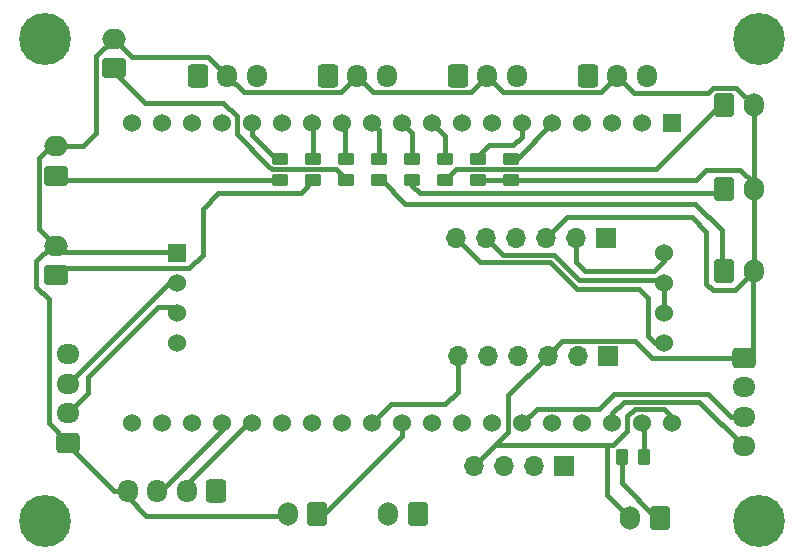
<source format=gbl>
%TF.GenerationSoftware,KiCad,Pcbnew,8.0.4*%
%TF.CreationDate,2024-08-29T12:49:45+07:00*%
%TF.ProjectId,ESP32,45535033-322e-46b6-9963-61645f706362,rev?*%
%TF.SameCoordinates,Original*%
%TF.FileFunction,Copper,L2,Bot*%
%TF.FilePolarity,Positive*%
%FSLAX46Y46*%
G04 Gerber Fmt 4.6, Leading zero omitted, Abs format (unit mm)*
G04 Created by KiCad (PCBNEW 8.0.4) date 2024-08-29 12:49:45*
%MOMM*%
%LPD*%
G01*
G04 APERTURE LIST*
G04 Aperture macros list*
%AMRoundRect*
0 Rectangle with rounded corners*
0 $1 Rounding radius*
0 $2 $3 $4 $5 $6 $7 $8 $9 X,Y pos of 4 corners*
0 Add a 4 corners polygon primitive as box body*
4,1,4,$2,$3,$4,$5,$6,$7,$8,$9,$2,$3,0*
0 Add four circle primitives for the rounded corners*
1,1,$1+$1,$2,$3*
1,1,$1+$1,$4,$5*
1,1,$1+$1,$6,$7*
1,1,$1+$1,$8,$9*
0 Add four rect primitives between the rounded corners*
20,1,$1+$1,$2,$3,$4,$5,0*
20,1,$1+$1,$4,$5,$6,$7,0*
20,1,$1+$1,$6,$7,$8,$9,0*
20,1,$1+$1,$8,$9,$2,$3,0*%
G04 Aperture macros list end*
%TA.AperFunction,ComponentPad*%
%ADD10R,1.700000X1.700000*%
%TD*%
%TA.AperFunction,ComponentPad*%
%ADD11O,1.700000X1.700000*%
%TD*%
%TA.AperFunction,ComponentPad*%
%ADD12RoundRect,0.250000X0.600000X0.750000X-0.600000X0.750000X-0.600000X-0.750000X0.600000X-0.750000X0*%
%TD*%
%TA.AperFunction,ComponentPad*%
%ADD13O,1.700000X2.000000*%
%TD*%
%TA.AperFunction,ComponentPad*%
%ADD14RoundRect,0.250000X-0.600000X-0.725000X0.600000X-0.725000X0.600000X0.725000X-0.600000X0.725000X0*%
%TD*%
%TA.AperFunction,ComponentPad*%
%ADD15O,1.700000X1.950000*%
%TD*%
%TA.AperFunction,ComponentPad*%
%ADD16RoundRect,0.250000X0.750000X-0.600000X0.750000X0.600000X-0.750000X0.600000X-0.750000X-0.600000X0*%
%TD*%
%TA.AperFunction,ComponentPad*%
%ADD17O,2.000000X1.700000*%
%TD*%
%TA.AperFunction,ComponentPad*%
%ADD18C,4.400000*%
%TD*%
%TA.AperFunction,ComponentPad*%
%ADD19RoundRect,0.250000X-0.600000X-0.750000X0.600000X-0.750000X0.600000X0.750000X-0.600000X0.750000X0*%
%TD*%
%TA.AperFunction,ComponentPad*%
%ADD20RoundRect,0.250000X-0.725000X0.600000X-0.725000X-0.600000X0.725000X-0.600000X0.725000X0.600000X0*%
%TD*%
%TA.AperFunction,ComponentPad*%
%ADD21O,1.950000X1.700000*%
%TD*%
%TA.AperFunction,ComponentPad*%
%ADD22R,1.530000X1.530000*%
%TD*%
%TA.AperFunction,ComponentPad*%
%ADD23C,1.530000*%
%TD*%
%TA.AperFunction,ComponentPad*%
%ADD24RoundRect,0.250000X0.600000X0.725000X-0.600000X0.725000X-0.600000X-0.725000X0.600000X-0.725000X0*%
%TD*%
%TA.AperFunction,ComponentPad*%
%ADD25RoundRect,0.250000X0.725000X-0.600000X0.725000X0.600000X-0.725000X0.600000X-0.725000X-0.600000X0*%
%TD*%
%TA.AperFunction,SMDPad,CuDef*%
%ADD26RoundRect,0.250000X0.450000X-0.262500X0.450000X0.262500X-0.450000X0.262500X-0.450000X-0.262500X0*%
%TD*%
%TA.AperFunction,SMDPad,CuDef*%
%ADD27RoundRect,0.250000X-0.262500X-0.450000X0.262500X-0.450000X0.262500X0.450000X-0.262500X0.450000X0*%
%TD*%
%TA.AperFunction,Conductor*%
%ADD28C,0.400000*%
%TD*%
G04 APERTURE END LIST*
D10*
%TO.P,J7,1,Pin_1*%
%TO.N,Net-(J17-Pin_1)*%
X81000000Y-100500000D03*
D11*
%TO.P,J7,2,Pin_2*%
%TO.N,unconnected-(J7-Pin_2-Pad2)*%
X78460000Y-100500000D03*
%TO.P,J7,3,Pin_3*%
%TO.N,unconnected-(J7-Pin_3-Pad3)*%
X75920000Y-100500000D03*
%TO.P,J7,4,Pin_4*%
%TO.N,GND*%
X73380000Y-100500000D03*
%TD*%
D12*
%TO.P,J17,1,Pin_1*%
%TO.N,Net-(J17-Pin_1)*%
X68600000Y-104575000D03*
D13*
%TO.P,J17,2,Pin_2*%
%TO.N,+5V*%
X66100000Y-104575000D03*
%TD*%
D14*
%TO.P,J2,1,Pin_1*%
%TO.N,/ana2*%
X71975000Y-67482500D03*
D15*
%TO.P,J2,2,Pin_2*%
%TO.N,GND*%
X74475000Y-67482500D03*
%TO.P,J2,3,Pin_3*%
%TO.N,+5V*%
X76975000Y-67482500D03*
%TD*%
D14*
%TO.P,J3,1,Pin_1*%
%TO.N,/dig1*%
X60975000Y-67482500D03*
D15*
%TO.P,J3,2,Pin_2*%
%TO.N,GND*%
X63475000Y-67482500D03*
%TO.P,J3,3,Pin_3*%
%TO.N,+5V*%
X65975000Y-67482500D03*
%TD*%
D16*
%TO.P,J13,1,Pin_1*%
%TO.N,Net-(J13-Pin_1)*%
X42900000Y-66857500D03*
D17*
%TO.P,J13,2,Pin_2*%
%TO.N,GND*%
X42900000Y-64357500D03*
%TD*%
D10*
%TO.P,J9,1,Pin_1*%
%TO.N,/HV4*%
X84555000Y-81225000D03*
D11*
%TO.P,J9,2,Pin_2*%
%TO.N,/HV3*%
X82015000Y-81225000D03*
%TO.P,J9,3,Pin_3*%
%TO.N,GND*%
X79475000Y-81225000D03*
%TO.P,J9,4,Pin_4*%
%TO.N,+5V*%
X76935000Y-81225000D03*
%TO.P,J9,5,Pin_5*%
%TO.N,/HV2*%
X74395000Y-81225000D03*
%TO.P,J9,6,Pin_6*%
%TO.N,/HV1*%
X71855000Y-81225000D03*
%TD*%
D18*
%TO.P,J21,1,Pin_1*%
%TO.N,unconnected-(J21-Pin_1-Pad1)*%
X97525000Y-105150000D03*
%TD*%
D19*
%TO.P,J12,1,Pin_1*%
%TO.N,Net-(J12-Pin_1)*%
X94525000Y-84050000D03*
D13*
%TO.P,J12,2,Pin_2*%
%TO.N,GND*%
X97025000Y-84050000D03*
%TD*%
D18*
%TO.P,J23,1,Pin_1*%
%TO.N,unconnected-(J23-Pin_1-Pad1)*%
X37050000Y-105150000D03*
%TD*%
D20*
%TO.P,J18,1,Pin_1*%
%TO.N,GND*%
X96200000Y-91350000D03*
D21*
%TO.P,J18,2,Pin_2*%
%TO.N,+5V*%
X96200000Y-93850000D03*
%TO.P,J18,3,Pin_3*%
%TO.N,/IO21*%
X96200000Y-96350000D03*
%TO.P,J18,4,Pin_4*%
%TO.N,/IO22*%
X96200000Y-98850000D03*
%TD*%
D12*
%TO.P,J20,1,Pin_1*%
%TO.N,/IO5*%
X60100000Y-104575000D03*
D13*
%TO.P,J20,2,Pin_2*%
%TO.N,GND*%
X57600000Y-104575000D03*
%TD*%
D19*
%TO.P,J11,1,Pin_1*%
%TO.N,Net-(J11-Pin_1)*%
X94525000Y-77050000D03*
D13*
%TO.P,J11,2,Pin_2*%
%TO.N,GND*%
X97025000Y-77050000D03*
%TD*%
D14*
%TO.P,J4,1,Pin_1*%
%TO.N,/dig2*%
X49975000Y-67507500D03*
D15*
%TO.P,J4,2,Pin_2*%
%TO.N,GND*%
X52475000Y-67507500D03*
%TO.P,J4,3,Pin_3*%
%TO.N,+5V*%
X54975000Y-67507500D03*
%TD*%
D10*
%TO.P,J10,1,Pin_1*%
%TO.N,/LV4*%
X84675000Y-91175000D03*
D11*
%TO.P,J10,2,Pin_2*%
%TO.N,/LV3*%
X82135000Y-91175000D03*
%TO.P,J10,3,Pin_3*%
%TO.N,GND*%
X79595000Y-91175000D03*
%TO.P,J10,4,Pin_4*%
%TO.N,/LV*%
X77055000Y-91175000D03*
%TO.P,J10,5,Pin_5*%
%TO.N,/LV2*%
X74515000Y-91175000D03*
%TO.P,J10,6,Pin_6*%
%TO.N,/LV1*%
X71975000Y-91175000D03*
%TD*%
D19*
%TO.P,J8,1,Pin_1*%
%TO.N,Net-(J8-Pin_1)*%
X94525000Y-69975000D03*
D13*
%TO.P,J8,2,Pin_2*%
%TO.N,GND*%
X97025000Y-69975000D03*
%TD*%
D16*
%TO.P,J14,1,Pin_1*%
%TO.N,Net-(J14-Pin_1)*%
X38000000Y-75950000D03*
D17*
%TO.P,J14,2,Pin_2*%
%TO.N,GND*%
X38000000Y-73450000D03*
%TD*%
D12*
%TO.P,J16,1,Pin_1*%
%TO.N,Net-(J16-Pin_1)*%
X89075000Y-104900000D03*
D13*
%TO.P,J16,2,Pin_2*%
%TO.N,GND*%
X86575000Y-104900000D03*
%TD*%
D22*
%TO.P,U1,1,3V3*%
%TO.N,/LV*%
X90140000Y-71505000D03*
D23*
%TO.P,U1,2,EN*%
%TO.N,unconnected-(U1-EN-Pad2)*%
X87600000Y-71505000D03*
%TO.P,U1,3,SENSOR_VP*%
%TO.N,unconnected-(U1-SENSOR_VP-Pad3)*%
X85060000Y-71505000D03*
%TO.P,U1,4,SENSOR_VN*%
%TO.N,unconnected-(U1-SENSOR_VN-Pad4)*%
X82520000Y-71505000D03*
%TO.P,U1,5,IO34*%
%TO.N,/ana1*%
X79980000Y-71505000D03*
%TO.P,U1,6,IO35*%
%TO.N,/ana2*%
X77440000Y-71505000D03*
%TO.P,U1,7,IO32*%
%TO.N,/dig1*%
X74900000Y-71505000D03*
%TO.P,U1,8,IO33*%
%TO.N,/dig2*%
X72360000Y-71505000D03*
%TO.P,U1,9,IO25*%
%TO.N,/IO25*%
X69820000Y-71505000D03*
%TO.P,U1,10,IO26*%
%TO.N,/IO26*%
X67280000Y-71505000D03*
%TO.P,U1,11,IO27*%
%TO.N,/IO27*%
X64740000Y-71505000D03*
%TO.P,U1,12,IO14*%
%TO.N,/IO14*%
X62200000Y-71505000D03*
%TO.P,U1,13,IO12*%
%TO.N,/IO12*%
X59660000Y-71505000D03*
%TO.P,U1,14,GND1*%
%TO.N,unconnected-(U1-GND1-Pad14)*%
X57120000Y-71505000D03*
%TO.P,U1,15,IO13*%
%TO.N,/IO13*%
X54580000Y-71505000D03*
%TO.P,U1,16,SD2*%
%TO.N,unconnected-(U1-SD2-Pad16)*%
X52040000Y-71505000D03*
%TO.P,U1,17,SD3*%
%TO.N,unconnected-(U1-SD3-Pad17)*%
X49500000Y-71505000D03*
%TO.P,U1,18,CMD*%
%TO.N,unconnected-(U1-CMD-Pad18)*%
X46960000Y-71505000D03*
%TO.P,U1,19,EXT_5V*%
%TO.N,+5V*%
X44420000Y-71505000D03*
%TO.P,U1,20,CLK*%
%TO.N,unconnected-(U1-CLK-Pad20)*%
X44420000Y-96905000D03*
%TO.P,U1,21,SD0*%
%TO.N,unconnected-(U1-SD0-Pad21)*%
X46960000Y-96905000D03*
%TO.P,U1,22,SD1*%
%TO.N,unconnected-(U1-SD1-Pad22)*%
X49500000Y-96905000D03*
%TO.P,U1,23,IO15*%
%TO.N,/IO15*%
X52040000Y-96905000D03*
%TO.P,U1,24,IO2*%
%TO.N,/IO2*%
X54580000Y-96905000D03*
%TO.P,U1,25,IO0*%
%TO.N,unconnected-(U1-IO0-Pad25)*%
X57120000Y-96905000D03*
%TO.P,U1,26,IO4*%
%TO.N,/LV2*%
X59660000Y-96905000D03*
%TO.P,U1,27,IO16*%
%TO.N,/LV3*%
X62200000Y-96905000D03*
%TO.P,U1,28,IO17*%
%TO.N,/LV1*%
X64740000Y-96905000D03*
%TO.P,U1,29,IO5*%
%TO.N,/IO5*%
X67280000Y-96905000D03*
%TO.P,U1,30,IO18*%
%TO.N,unconnected-(U1-IO18-Pad30)*%
X69820000Y-96905000D03*
%TO.P,U1,31,IO19*%
%TO.N,unconnected-(U1-IO19-Pad31)*%
X72360000Y-96905000D03*
%TO.P,U1,32,GND2*%
%TO.N,unconnected-(U1-GND2-Pad32)*%
X74900000Y-96905000D03*
%TO.P,U1,33,IO21*%
%TO.N,/IO21*%
X77440000Y-96905000D03*
%TO.P,U1,34,RXD0*%
%TO.N,unconnected-(U1-RXD0-Pad34)*%
X79980000Y-96905000D03*
%TO.P,U1,35,TXD0*%
%TO.N,unconnected-(U1-TXD0-Pad35)*%
X82520000Y-96905000D03*
%TO.P,U1,36,IO22*%
%TO.N,/IO22*%
X85060000Y-96905000D03*
%TO.P,U1,37,IO23*%
%TO.N,/IO23*%
X87600000Y-96905000D03*
%TO.P,U1,38,GND3*%
%TO.N,GND*%
X90140000Y-96905000D03*
%TD*%
D24*
%TO.P,J5,1,Pin_1*%
%TO.N,+5V*%
X51525000Y-102642500D03*
D15*
%TO.P,J5,2,Pin_2*%
%TO.N,/IO2*%
X49025000Y-102642500D03*
%TO.P,J5,3,Pin_3*%
%TO.N,/IO15*%
X46525000Y-102642500D03*
%TO.P,J5,4,Pin_4*%
%TO.N,GND*%
X44025000Y-102642500D03*
%TD*%
D25*
%TO.P,J6,1,Pin_1*%
%TO.N,GND*%
X39007500Y-98550000D03*
D21*
%TO.P,J6,2,Pin_2*%
%TO.N,/B*%
X39007500Y-96050000D03*
%TO.P,J6,3,Pin_3*%
%TO.N,/A*%
X39007500Y-93550000D03*
%TO.P,J6,4,Pin_4*%
%TO.N,+5V*%
X39007500Y-91050000D03*
%TD*%
D16*
%TO.P,J15,1,Pin_1*%
%TO.N,Net-(J15-Pin_1)*%
X38000000Y-84375000D03*
D17*
%TO.P,J15,2,Pin_2*%
%TO.N,GND*%
X38000000Y-81875000D03*
%TD*%
D22*
%TO.P,ESP32,1,GND*%
%TO.N,GND*%
X48203500Y-82490000D03*
D23*
%TO.P,ESP32,2,A*%
%TO.N,/A*%
X48203500Y-85030000D03*
%TO.P,ESP32,3,B*%
%TO.N,/B*%
X48203500Y-87570000D03*
%TO.P,ESP32,4,VCC*%
%TO.N,+5V*%
X48203500Y-90110000D03*
%TO.P,ESP32,5,RO*%
%TO.N,/HV1*%
X89423500Y-90110000D03*
%TO.P,ESP32,6,RE*%
%TO.N,/HV2*%
X89423500Y-87570000D03*
%TO.P,ESP32,7,DE*%
X89423500Y-85030000D03*
%TO.P,ESP32,8,DI*%
%TO.N,/HV3*%
X89423500Y-82490000D03*
%TD*%
D14*
%TO.P,J1,1,Pin_1*%
%TO.N,/ana1*%
X82975000Y-67482500D03*
D15*
%TO.P,J1,2,Pin_2*%
%TO.N,GND*%
X85475000Y-67482500D03*
%TO.P,J1,3,Pin_3*%
%TO.N,+5V*%
X87975000Y-67482500D03*
%TD*%
D18*
%TO.P,J19,1,Pin_1*%
%TO.N,unconnected-(J19-Pin_1-Pad1)*%
X97475000Y-64375000D03*
%TD*%
%TO.P,J22,1,Pin_1*%
%TO.N,unconnected-(J22-Pin_1-Pad1)*%
X37050000Y-64350000D03*
%TD*%
D26*
%TO.P,R4,1*%
%TO.N,Net-(J11-Pin_1)*%
X68146428Y-76325000D03*
%TO.P,R4,2*%
%TO.N,/IO26*%
X68146428Y-74500000D03*
%TD*%
D27*
%TO.P,R9,1*%
%TO.N,Net-(J16-Pin_1)*%
X85900000Y-99800000D03*
%TO.P,R9,2*%
%TO.N,/IO23*%
X87725000Y-99800000D03*
%TD*%
D26*
%TO.P,R2,1*%
%TO.N,GND*%
X73732142Y-76325000D03*
%TO.P,R2,2*%
%TO.N,/ana2*%
X73732142Y-74500000D03*
%TD*%
%TO.P,R1,1*%
%TO.N,GND*%
X76525000Y-76325000D03*
%TO.P,R1,2*%
%TO.N,/ana1*%
X76525000Y-74500000D03*
%TD*%
%TO.P,R5,1*%
%TO.N,Net-(J12-Pin_1)*%
X65353571Y-76325000D03*
%TO.P,R5,2*%
%TO.N,/IO27*%
X65353571Y-74500000D03*
%TD*%
%TO.P,R6,1*%
%TO.N,Net-(J13-Pin_1)*%
X62560714Y-76325000D03*
%TO.P,R6,2*%
%TO.N,/IO14*%
X62560714Y-74500000D03*
%TD*%
%TO.P,R3,1*%
%TO.N,Net-(J8-Pin_1)*%
X70939285Y-76325000D03*
%TO.P,R3,2*%
%TO.N,/IO25*%
X70939285Y-74500000D03*
%TD*%
%TO.P,R7,1*%
%TO.N,Net-(J14-Pin_1)*%
X56975000Y-76325000D03*
%TO.P,R7,2*%
%TO.N,/IO13*%
X56975000Y-74500000D03*
%TD*%
%TO.P,R8,1*%
%TO.N,Net-(J15-Pin_1)*%
X59767857Y-76325000D03*
%TO.P,R8,2*%
%TO.N,/IO12*%
X59767857Y-74500000D03*
%TD*%
D28*
%TO.N,Net-(J13-Pin_1)*%
X42900000Y-67200000D02*
X42900000Y-66857500D01*
X55875000Y-75025000D02*
X53275000Y-72425000D01*
X55875000Y-75038666D02*
X55875000Y-75025000D01*
X53275000Y-72425000D02*
X53275000Y-70925000D01*
X56248834Y-75412500D02*
X55875000Y-75038666D01*
X53275000Y-70925000D02*
X52150000Y-69800000D01*
X61648214Y-75412500D02*
X56248834Y-75412500D01*
X62560714Y-76325000D02*
X61648214Y-75412500D01*
X45500000Y-69800000D02*
X42900000Y-67200000D01*
X52150000Y-69800000D02*
X45500000Y-69800000D01*
%TO.N,GND*%
X50842500Y-65875000D02*
X52475000Y-67507500D01*
X44417500Y-65875000D02*
X50842500Y-65875000D01*
X42900000Y-64357500D02*
X44417500Y-65875000D01*
%TO.N,/IO5*%
X67280000Y-97945000D02*
X67280000Y-96905000D01*
X60650000Y-104575000D02*
X67280000Y-97945000D01*
X60100000Y-104575000D02*
X60650000Y-104575000D01*
%TO.N,/LV1*%
X71975000Y-94225000D02*
X71975000Y-91175000D01*
X66345000Y-95300000D02*
X70900000Y-95300000D01*
X70900000Y-95300000D02*
X71975000Y-94225000D01*
X64740000Y-96905000D02*
X66345000Y-95300000D01*
%TO.N,/B*%
X40675000Y-94382500D02*
X39007500Y-96050000D01*
X40675000Y-92975000D02*
X40675000Y-94382500D01*
X46575000Y-87075000D02*
X40675000Y-92975000D01*
X47708500Y-87075000D02*
X46575000Y-87075000D01*
X48203500Y-87570000D02*
X47708500Y-87075000D01*
%TO.N,/A*%
X47527500Y-85030000D02*
X39007500Y-93550000D01*
X48203500Y-85030000D02*
X47527500Y-85030000D01*
%TO.N,/IO15*%
X52040000Y-97435000D02*
X46832500Y-102642500D01*
X52040000Y-96905000D02*
X52040000Y-97435000D01*
X46832500Y-102642500D02*
X46525000Y-102642500D01*
X52060000Y-96990000D02*
X52125000Y-96990000D01*
%TO.N,/ana1*%
X77000000Y-74500000D02*
X76525000Y-74500000D01*
X79980000Y-71520000D02*
X77000000Y-74500000D01*
X79980000Y-71505000D02*
X79980000Y-71520000D01*
%TO.N,/IO14*%
X62400000Y-74339286D02*
X62560714Y-74500000D01*
X62200000Y-71505000D02*
X62400000Y-71705000D01*
X62400000Y-71705000D02*
X62400000Y-74339286D01*
%TO.N,/IO27*%
X65325000Y-74471429D02*
X65325000Y-72090000D01*
X65325000Y-72090000D02*
X64740000Y-71505000D01*
X65353571Y-74500000D02*
X65325000Y-74471429D01*
%TO.N,/IO22*%
X92425000Y-95075000D02*
X96200000Y-98850000D01*
X85060000Y-96065000D02*
X86050000Y-95075000D01*
X85060000Y-96905000D02*
X85060000Y-96065000D01*
X86050000Y-95075000D02*
X92425000Y-95075000D01*
%TO.N,/IO2*%
X49025000Y-102642500D02*
X49025000Y-102075000D01*
X54195000Y-96905000D02*
X54580000Y-96905000D01*
X54320000Y-96905000D02*
X54580000Y-96905000D01*
X49025000Y-102075000D02*
X54195000Y-96905000D01*
%TO.N,/IO26*%
X68100000Y-72325000D02*
X68100000Y-74453572D01*
X68100000Y-74453572D02*
X68146428Y-74500000D01*
X67280000Y-71505000D02*
X68100000Y-72325000D01*
%TO.N,GND*%
X97025000Y-76575000D02*
X97025000Y-77050000D01*
X76275000Y-97605000D02*
X75105000Y-98775000D01*
X87000000Y-89925000D02*
X88425000Y-91350000D01*
X36300000Y-83200000D02*
X36300000Y-85350000D01*
X97025000Y-84050000D02*
X96975000Y-84100000D01*
X38000000Y-81875000D02*
X37625000Y-81875000D01*
X39007500Y-98732500D02*
X42917500Y-102642500D01*
X64850000Y-68857500D02*
X63475000Y-67482500D01*
X57450000Y-104725000D02*
X45575000Y-104725000D01*
X86950000Y-95675000D02*
X86350000Y-96275000D01*
X42867500Y-64357500D02*
X41375000Y-65850000D01*
X45575000Y-104725000D02*
X44025000Y-103175000D01*
X41375000Y-72325000D02*
X40250000Y-73450000D01*
X38000000Y-81875000D02*
X38525000Y-82400000D01*
X93600000Y-85650000D02*
X95425000Y-85650000D01*
X44025000Y-103175000D02*
X44025000Y-102642500D01*
X48113500Y-82400000D02*
X48203500Y-82490000D01*
X79595000Y-91175000D02*
X76275000Y-94495000D01*
X73732142Y-76325000D02*
X92125000Y-76325000D01*
X83825000Y-98775000D02*
X75105000Y-98775000D01*
X93025000Y-85075000D02*
X93600000Y-85650000D01*
X75850000Y-68857500D02*
X84100000Y-68857500D01*
X36300000Y-85350000D02*
X37350000Y-86400000D01*
X89425000Y-95675000D02*
X86950000Y-95675000D01*
X79475000Y-81225000D02*
X81250000Y-79450000D01*
X79595000Y-91175000D02*
X80845000Y-89925000D01*
X80845000Y-89925000D02*
X87000000Y-89925000D01*
X81250000Y-79450000D02*
X91800000Y-79450000D01*
X96975000Y-84100000D02*
X96975000Y-90575000D01*
X86575000Y-104900000D02*
X84650000Y-102975000D01*
X88425000Y-91350000D02*
X96200000Y-91350000D01*
X38525000Y-82400000D02*
X48113500Y-82400000D01*
X97025000Y-77050000D02*
X97025000Y-84050000D01*
X73625000Y-100255000D02*
X73380000Y-100500000D01*
X41375000Y-65850000D02*
X41375000Y-72325000D01*
X38000000Y-73450000D02*
X37575000Y-73450000D01*
X37350000Y-96892500D02*
X39007500Y-98550000D01*
X95900000Y-75450000D02*
X97025000Y-76575000D01*
X92125000Y-76325000D02*
X93000000Y-75450000D01*
X84100000Y-68857500D02*
X85475000Y-67482500D01*
X79595000Y-91175000D02*
X79595000Y-91255000D01*
X93000000Y-75450000D02*
X95900000Y-75450000D01*
X93600000Y-68500000D02*
X95550000Y-68500000D01*
X75105000Y-98775000D02*
X73380000Y-100500000D01*
X73100000Y-68857500D02*
X64850000Y-68857500D01*
X39007500Y-98550000D02*
X39007500Y-98732500D01*
X74475000Y-67482500D02*
X75850000Y-68857500D01*
X85475000Y-67482500D02*
X86942500Y-68950000D01*
X53850000Y-68882500D02*
X62075000Y-68882500D01*
X95525000Y-90675000D02*
X96200000Y-91350000D01*
X36550000Y-74475000D02*
X36550000Y-80425000D01*
X57600000Y-104575000D02*
X57600000Y-104975000D01*
X86350000Y-96275000D02*
X86350000Y-97525000D01*
X91800000Y-79450000D02*
X93025000Y-80675000D01*
X40250000Y-73450000D02*
X38000000Y-73450000D01*
X90140000Y-96905000D02*
X90140000Y-96390000D01*
X62075000Y-68882500D02*
X63475000Y-67482500D01*
X52475000Y-67507500D02*
X53850000Y-68882500D01*
X42900000Y-64357500D02*
X42867500Y-64357500D01*
X86942500Y-68950000D02*
X93150000Y-68950000D01*
X84650000Y-102975000D02*
X84650000Y-98775000D01*
X95550000Y-68500000D02*
X97025000Y-69975000D01*
X37575000Y-73450000D02*
X36550000Y-74475000D01*
X90140000Y-96390000D02*
X89425000Y-95675000D01*
X36550000Y-80425000D02*
X38000000Y-81875000D01*
X84650000Y-98775000D02*
X83825000Y-98775000D01*
X74475000Y-67482500D02*
X73100000Y-68857500D01*
X96975000Y-90575000D02*
X96200000Y-91350000D01*
X37350000Y-86400000D02*
X37350000Y-96892500D01*
X57600000Y-104575000D02*
X57450000Y-104725000D01*
X97025000Y-69975000D02*
X97025000Y-77050000D01*
X76275000Y-94495000D02*
X76275000Y-97605000D01*
X86350000Y-97525000D02*
X85100000Y-98775000D01*
X95425000Y-85650000D02*
X97025000Y-84050000D01*
X85100000Y-98775000D02*
X83825000Y-98775000D01*
X79595000Y-91175000D02*
X78925000Y-91175000D01*
X93150000Y-68950000D02*
X93600000Y-68500000D01*
X93025000Y-80675000D02*
X93025000Y-85075000D01*
X37625000Y-81875000D02*
X36300000Y-83200000D01*
X42917500Y-102642500D02*
X44025000Y-102642500D01*
%TO.N,/IO25*%
X70875000Y-72560000D02*
X70875000Y-74435715D01*
X69820000Y-71505000D02*
X70875000Y-72560000D01*
X70875000Y-74435715D02*
X70939285Y-74500000D01*
%TO.N,/IO13*%
X56575000Y-74500000D02*
X56975000Y-74500000D01*
X54580000Y-71505000D02*
X54580000Y-72505000D01*
X54580000Y-72505000D02*
X56575000Y-74500000D01*
%TO.N,/IO21*%
X78670000Y-95675000D02*
X83925000Y-95675000D01*
X77450000Y-96915000D02*
X77440000Y-96905000D01*
X95125000Y-96350000D02*
X96200000Y-96350000D01*
X93200000Y-94425000D02*
X95125000Y-96350000D01*
X85175000Y-94425000D02*
X93200000Y-94425000D01*
X83925000Y-95675000D02*
X85175000Y-94425000D01*
X77440000Y-96905000D02*
X78670000Y-95675000D01*
%TO.N,/IO12*%
X59660000Y-71505000D02*
X59725000Y-71570000D01*
X59725000Y-71570000D02*
X59725000Y-74457143D01*
X59725000Y-74457143D02*
X59767857Y-74500000D01*
%TO.N,/ana2*%
X77440000Y-72635000D02*
X76700000Y-73375000D01*
X73732142Y-74292858D02*
X73732142Y-74500000D01*
X76700000Y-73375000D02*
X74650000Y-73375000D01*
X74650000Y-73375000D02*
X73732142Y-74292858D01*
X77440000Y-71505000D02*
X77440000Y-72635000D01*
%TO.N,/LV1*%
X71975000Y-90900000D02*
X71975000Y-91175000D01*
X64740000Y-96485000D02*
X64740000Y-96905000D01*
%TO.N,/IO23*%
X87725000Y-97030000D02*
X87600000Y-96905000D01*
X87725000Y-99800000D02*
X87725000Y-97030000D01*
%TO.N,/HV2*%
X82275000Y-84750000D02*
X89143500Y-84750000D01*
X89143500Y-84750000D02*
X89423500Y-85030000D01*
X74395000Y-81225000D02*
X75795000Y-82625000D01*
X80150000Y-82625000D02*
X82275000Y-84750000D01*
X89423500Y-87570000D02*
X89423500Y-85030000D01*
X75795000Y-82625000D02*
X80150000Y-82625000D01*
%TO.N,/HV3*%
X88575000Y-83975000D02*
X82725000Y-83975000D01*
X82725000Y-83975000D02*
X82015000Y-83265000D01*
X82015000Y-83265000D02*
X82015000Y-81225000D01*
X89423500Y-83126500D02*
X88575000Y-83975000D01*
X89423500Y-82490000D02*
X89423500Y-83126500D01*
%TO.N,/HV1*%
X79825000Y-83275000D02*
X82075000Y-85525000D01*
X87350000Y-85525000D02*
X88100000Y-86275000D01*
X82075000Y-85525000D02*
X87350000Y-85525000D01*
X88100000Y-86275000D02*
X88100000Y-89550000D01*
X88660000Y-90110000D02*
X89423500Y-90110000D01*
X71855000Y-81225000D02*
X73905000Y-83275000D01*
X73905000Y-83275000D02*
X79825000Y-83275000D01*
X89423500Y-90110000D02*
X89163500Y-89850000D01*
X88100000Y-89550000D02*
X88660000Y-90110000D01*
%TO.N,Net-(J8-Pin_1)*%
X94225000Y-69975000D02*
X88787500Y-75412500D01*
X71851785Y-75412500D02*
X70939285Y-76325000D01*
X94525000Y-69975000D02*
X94225000Y-69975000D01*
X88787500Y-75412500D02*
X71851785Y-75412500D01*
%TO.N,Net-(J11-Pin_1)*%
X68800000Y-77450000D02*
X94125000Y-77450000D01*
X68146428Y-76325000D02*
X68146428Y-76796428D01*
X68146428Y-76796428D02*
X68800000Y-77450000D01*
X94125000Y-77450000D02*
X94525000Y-77050000D01*
%TO.N,Net-(J12-Pin_1)*%
X94325000Y-80575000D02*
X94325000Y-83850000D01*
X65550000Y-76325000D02*
X67525000Y-78300000D01*
X92050000Y-78300000D02*
X94325000Y-80575000D01*
X94325000Y-83850000D02*
X94525000Y-84050000D01*
X67525000Y-78300000D02*
X92050000Y-78300000D01*
X65353571Y-76325000D02*
X65550000Y-76325000D01*
%TO.N,Net-(J14-Pin_1)*%
X56950000Y-76300000D02*
X38350000Y-76300000D01*
X56975000Y-76325000D02*
X56950000Y-76300000D01*
X38350000Y-76300000D02*
X38000000Y-75950000D01*
%TO.N,Net-(J15-Pin_1)*%
X50375000Y-82625000D02*
X49200000Y-83800000D01*
X51725000Y-77400000D02*
X50375000Y-78750000D01*
X58692857Y-77400000D02*
X51725000Y-77400000D01*
X38575000Y-83800000D02*
X38000000Y-84375000D01*
X59767857Y-76325000D02*
X58692857Y-77400000D01*
X50375000Y-78750000D02*
X50375000Y-82625000D01*
X49200000Y-83800000D02*
X38575000Y-83800000D01*
%TO.N,Net-(J16-Pin_1)*%
X85850000Y-99850000D02*
X85850000Y-101975000D01*
X85850000Y-101975000D02*
X88775000Y-104900000D01*
X88775000Y-104900000D02*
X89075000Y-104900000D01*
X85900000Y-99800000D02*
X85850000Y-99850000D01*
%TD*%
M02*

</source>
